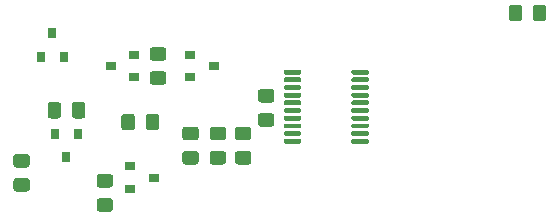
<source format=gtp>
G04 #@! TF.GenerationSoftware,KiCad,Pcbnew,(5.1.10)-1*
G04 #@! TF.CreationDate,2021-10-05T02:57:27+03:00*
G04 #@! TF.ProjectId,led_controller_stm8,6c65645f-636f-46e7-9472-6f6c6c65725f,rev?*
G04 #@! TF.SameCoordinates,Original*
G04 #@! TF.FileFunction,Paste,Top*
G04 #@! TF.FilePolarity,Positive*
%FSLAX46Y46*%
G04 Gerber Fmt 4.6, Leading zero omitted, Abs format (unit mm)*
G04 Created by KiCad (PCBNEW (5.1.10)-1) date 2021-10-05 02:57:27*
%MOMM*%
%LPD*%
G01*
G04 APERTURE LIST*
%ADD10R,0.900000X0.800000*%
%ADD11R,0.800000X0.900000*%
G04 APERTURE END LIST*
G36*
G01*
X180580000Y-56819999D02*
X180580000Y-57720001D01*
G75*
G02*
X180330001Y-57970000I-249999J0D01*
G01*
X179679999Y-57970000D01*
G75*
G02*
X179430000Y-57720001I0J249999D01*
G01*
X179430000Y-56819999D01*
G75*
G02*
X179679999Y-56570000I249999J0D01*
G01*
X180330001Y-56570000D01*
G75*
G02*
X180580000Y-56819999I0J-249999D01*
G01*
G37*
G36*
G01*
X182630000Y-56819999D02*
X182630000Y-57720001D01*
G75*
G02*
X182380001Y-57970000I-249999J0D01*
G01*
X181729999Y-57970000D01*
G75*
G02*
X181480000Y-57720001I0J249999D01*
G01*
X181480000Y-56819999D01*
G75*
G02*
X181729999Y-56570000I249999J0D01*
G01*
X182380001Y-56570000D01*
G75*
G02*
X182630000Y-56819999I0J-249999D01*
G01*
G37*
G36*
G01*
X166125000Y-62375000D02*
X166125000Y-62175000D01*
G75*
G02*
X166225000Y-62075000I100000J0D01*
G01*
X167500000Y-62075000D01*
G75*
G02*
X167600000Y-62175000I0J-100000D01*
G01*
X167600000Y-62375000D01*
G75*
G02*
X167500000Y-62475000I-100000J0D01*
G01*
X166225000Y-62475000D01*
G75*
G02*
X166125000Y-62375000I0J100000D01*
G01*
G37*
G36*
G01*
X166125000Y-63025000D02*
X166125000Y-62825000D01*
G75*
G02*
X166225000Y-62725000I100000J0D01*
G01*
X167500000Y-62725000D01*
G75*
G02*
X167600000Y-62825000I0J-100000D01*
G01*
X167600000Y-63025000D01*
G75*
G02*
X167500000Y-63125000I-100000J0D01*
G01*
X166225000Y-63125000D01*
G75*
G02*
X166125000Y-63025000I0J100000D01*
G01*
G37*
G36*
G01*
X166125000Y-63675000D02*
X166125000Y-63475000D01*
G75*
G02*
X166225000Y-63375000I100000J0D01*
G01*
X167500000Y-63375000D01*
G75*
G02*
X167600000Y-63475000I0J-100000D01*
G01*
X167600000Y-63675000D01*
G75*
G02*
X167500000Y-63775000I-100000J0D01*
G01*
X166225000Y-63775000D01*
G75*
G02*
X166125000Y-63675000I0J100000D01*
G01*
G37*
G36*
G01*
X166125000Y-64325000D02*
X166125000Y-64125000D01*
G75*
G02*
X166225000Y-64025000I100000J0D01*
G01*
X167500000Y-64025000D01*
G75*
G02*
X167600000Y-64125000I0J-100000D01*
G01*
X167600000Y-64325000D01*
G75*
G02*
X167500000Y-64425000I-100000J0D01*
G01*
X166225000Y-64425000D01*
G75*
G02*
X166125000Y-64325000I0J100000D01*
G01*
G37*
G36*
G01*
X166125000Y-64975000D02*
X166125000Y-64775000D01*
G75*
G02*
X166225000Y-64675000I100000J0D01*
G01*
X167500000Y-64675000D01*
G75*
G02*
X167600000Y-64775000I0J-100000D01*
G01*
X167600000Y-64975000D01*
G75*
G02*
X167500000Y-65075000I-100000J0D01*
G01*
X166225000Y-65075000D01*
G75*
G02*
X166125000Y-64975000I0J100000D01*
G01*
G37*
G36*
G01*
X166125000Y-65625000D02*
X166125000Y-65425000D01*
G75*
G02*
X166225000Y-65325000I100000J0D01*
G01*
X167500000Y-65325000D01*
G75*
G02*
X167600000Y-65425000I0J-100000D01*
G01*
X167600000Y-65625000D01*
G75*
G02*
X167500000Y-65725000I-100000J0D01*
G01*
X166225000Y-65725000D01*
G75*
G02*
X166125000Y-65625000I0J100000D01*
G01*
G37*
G36*
G01*
X166125000Y-66275000D02*
X166125000Y-66075000D01*
G75*
G02*
X166225000Y-65975000I100000J0D01*
G01*
X167500000Y-65975000D01*
G75*
G02*
X167600000Y-66075000I0J-100000D01*
G01*
X167600000Y-66275000D01*
G75*
G02*
X167500000Y-66375000I-100000J0D01*
G01*
X166225000Y-66375000D01*
G75*
G02*
X166125000Y-66275000I0J100000D01*
G01*
G37*
G36*
G01*
X166125000Y-66925000D02*
X166125000Y-66725000D01*
G75*
G02*
X166225000Y-66625000I100000J0D01*
G01*
X167500000Y-66625000D01*
G75*
G02*
X167600000Y-66725000I0J-100000D01*
G01*
X167600000Y-66925000D01*
G75*
G02*
X167500000Y-67025000I-100000J0D01*
G01*
X166225000Y-67025000D01*
G75*
G02*
X166125000Y-66925000I0J100000D01*
G01*
G37*
G36*
G01*
X166125000Y-67575000D02*
X166125000Y-67375000D01*
G75*
G02*
X166225000Y-67275000I100000J0D01*
G01*
X167500000Y-67275000D01*
G75*
G02*
X167600000Y-67375000I0J-100000D01*
G01*
X167600000Y-67575000D01*
G75*
G02*
X167500000Y-67675000I-100000J0D01*
G01*
X166225000Y-67675000D01*
G75*
G02*
X166125000Y-67575000I0J100000D01*
G01*
G37*
G36*
G01*
X166125000Y-68225000D02*
X166125000Y-68025000D01*
G75*
G02*
X166225000Y-67925000I100000J0D01*
G01*
X167500000Y-67925000D01*
G75*
G02*
X167600000Y-68025000I0J-100000D01*
G01*
X167600000Y-68225000D01*
G75*
G02*
X167500000Y-68325000I-100000J0D01*
G01*
X166225000Y-68325000D01*
G75*
G02*
X166125000Y-68225000I0J100000D01*
G01*
G37*
G36*
G01*
X160400000Y-68225000D02*
X160400000Y-68025000D01*
G75*
G02*
X160500000Y-67925000I100000J0D01*
G01*
X161775000Y-67925000D01*
G75*
G02*
X161875000Y-68025000I0J-100000D01*
G01*
X161875000Y-68225000D01*
G75*
G02*
X161775000Y-68325000I-100000J0D01*
G01*
X160500000Y-68325000D01*
G75*
G02*
X160400000Y-68225000I0J100000D01*
G01*
G37*
G36*
G01*
X160400000Y-67575000D02*
X160400000Y-67375000D01*
G75*
G02*
X160500000Y-67275000I100000J0D01*
G01*
X161775000Y-67275000D01*
G75*
G02*
X161875000Y-67375000I0J-100000D01*
G01*
X161875000Y-67575000D01*
G75*
G02*
X161775000Y-67675000I-100000J0D01*
G01*
X160500000Y-67675000D01*
G75*
G02*
X160400000Y-67575000I0J100000D01*
G01*
G37*
G36*
G01*
X160400000Y-66925000D02*
X160400000Y-66725000D01*
G75*
G02*
X160500000Y-66625000I100000J0D01*
G01*
X161775000Y-66625000D01*
G75*
G02*
X161875000Y-66725000I0J-100000D01*
G01*
X161875000Y-66925000D01*
G75*
G02*
X161775000Y-67025000I-100000J0D01*
G01*
X160500000Y-67025000D01*
G75*
G02*
X160400000Y-66925000I0J100000D01*
G01*
G37*
G36*
G01*
X160400000Y-66275000D02*
X160400000Y-66075000D01*
G75*
G02*
X160500000Y-65975000I100000J0D01*
G01*
X161775000Y-65975000D01*
G75*
G02*
X161875000Y-66075000I0J-100000D01*
G01*
X161875000Y-66275000D01*
G75*
G02*
X161775000Y-66375000I-100000J0D01*
G01*
X160500000Y-66375000D01*
G75*
G02*
X160400000Y-66275000I0J100000D01*
G01*
G37*
G36*
G01*
X160400000Y-65625000D02*
X160400000Y-65425000D01*
G75*
G02*
X160500000Y-65325000I100000J0D01*
G01*
X161775000Y-65325000D01*
G75*
G02*
X161875000Y-65425000I0J-100000D01*
G01*
X161875000Y-65625000D01*
G75*
G02*
X161775000Y-65725000I-100000J0D01*
G01*
X160500000Y-65725000D01*
G75*
G02*
X160400000Y-65625000I0J100000D01*
G01*
G37*
G36*
G01*
X160400000Y-64975000D02*
X160400000Y-64775000D01*
G75*
G02*
X160500000Y-64675000I100000J0D01*
G01*
X161775000Y-64675000D01*
G75*
G02*
X161875000Y-64775000I0J-100000D01*
G01*
X161875000Y-64975000D01*
G75*
G02*
X161775000Y-65075000I-100000J0D01*
G01*
X160500000Y-65075000D01*
G75*
G02*
X160400000Y-64975000I0J100000D01*
G01*
G37*
G36*
G01*
X160400000Y-64325000D02*
X160400000Y-64125000D01*
G75*
G02*
X160500000Y-64025000I100000J0D01*
G01*
X161775000Y-64025000D01*
G75*
G02*
X161875000Y-64125000I0J-100000D01*
G01*
X161875000Y-64325000D01*
G75*
G02*
X161775000Y-64425000I-100000J0D01*
G01*
X160500000Y-64425000D01*
G75*
G02*
X160400000Y-64325000I0J100000D01*
G01*
G37*
G36*
G01*
X160400000Y-63675000D02*
X160400000Y-63475000D01*
G75*
G02*
X160500000Y-63375000I100000J0D01*
G01*
X161775000Y-63375000D01*
G75*
G02*
X161875000Y-63475000I0J-100000D01*
G01*
X161875000Y-63675000D01*
G75*
G02*
X161775000Y-63775000I-100000J0D01*
G01*
X160500000Y-63775000D01*
G75*
G02*
X160400000Y-63675000I0J100000D01*
G01*
G37*
G36*
G01*
X160400000Y-63025000D02*
X160400000Y-62825000D01*
G75*
G02*
X160500000Y-62725000I100000J0D01*
G01*
X161775000Y-62725000D01*
G75*
G02*
X161875000Y-62825000I0J-100000D01*
G01*
X161875000Y-63025000D01*
G75*
G02*
X161775000Y-63125000I-100000J0D01*
G01*
X160500000Y-63125000D01*
G75*
G02*
X160400000Y-63025000I0J100000D01*
G01*
G37*
G36*
G01*
X160400000Y-62375000D02*
X160400000Y-62175000D01*
G75*
G02*
X160500000Y-62075000I100000J0D01*
G01*
X161775000Y-62075000D01*
G75*
G02*
X161875000Y-62175000I0J-100000D01*
G01*
X161875000Y-62375000D01*
G75*
G02*
X161775000Y-62475000I-100000J0D01*
G01*
X160500000Y-62475000D01*
G75*
G02*
X160400000Y-62375000I0J100000D01*
G01*
G37*
G36*
G01*
X144799999Y-72950000D02*
X145700001Y-72950000D01*
G75*
G02*
X145950000Y-73199999I0J-249999D01*
G01*
X145950000Y-73850001D01*
G75*
G02*
X145700001Y-74100000I-249999J0D01*
G01*
X144799999Y-74100000D01*
G75*
G02*
X144550000Y-73850001I0J249999D01*
G01*
X144550000Y-73199999D01*
G75*
G02*
X144799999Y-72950000I249999J0D01*
G01*
G37*
G36*
G01*
X144799999Y-70900000D02*
X145700001Y-70900000D01*
G75*
G02*
X145950000Y-71149999I0J-249999D01*
G01*
X145950000Y-71800001D01*
G75*
G02*
X145700001Y-72050000I-249999J0D01*
G01*
X144799999Y-72050000D01*
G75*
G02*
X144550000Y-71800001I0J249999D01*
G01*
X144550000Y-71149999D01*
G75*
G02*
X144799999Y-70900000I249999J0D01*
G01*
G37*
G36*
G01*
X152049999Y-68950000D02*
X152950001Y-68950000D01*
G75*
G02*
X153200000Y-69199999I0J-249999D01*
G01*
X153200000Y-69850001D01*
G75*
G02*
X152950001Y-70100000I-249999J0D01*
G01*
X152049999Y-70100000D01*
G75*
G02*
X151800000Y-69850001I0J249999D01*
G01*
X151800000Y-69199999D01*
G75*
G02*
X152049999Y-68950000I249999J0D01*
G01*
G37*
G36*
G01*
X152049999Y-66900000D02*
X152950001Y-66900000D01*
G75*
G02*
X153200000Y-67149999I0J-249999D01*
G01*
X153200000Y-67800001D01*
G75*
G02*
X152950001Y-68050000I-249999J0D01*
G01*
X152049999Y-68050000D01*
G75*
G02*
X151800000Y-67800001I0J249999D01*
G01*
X151800000Y-67149999D01*
G75*
G02*
X152049999Y-66900000I249999J0D01*
G01*
G37*
G36*
G01*
X137749999Y-71250000D02*
X138650001Y-71250000D01*
G75*
G02*
X138900000Y-71499999I0J-249999D01*
G01*
X138900000Y-72150001D01*
G75*
G02*
X138650001Y-72400000I-249999J0D01*
G01*
X137749999Y-72400000D01*
G75*
G02*
X137500000Y-72150001I0J249999D01*
G01*
X137500000Y-71499999D01*
G75*
G02*
X137749999Y-71250000I249999J0D01*
G01*
G37*
G36*
G01*
X137749999Y-69200000D02*
X138650001Y-69200000D01*
G75*
G02*
X138900000Y-69449999I0J-249999D01*
G01*
X138900000Y-70100001D01*
G75*
G02*
X138650001Y-70350000I-249999J0D01*
G01*
X137749999Y-70350000D01*
G75*
G02*
X137500000Y-70100001I0J249999D01*
G01*
X137500000Y-69449999D01*
G75*
G02*
X137749999Y-69200000I249999J0D01*
G01*
G37*
G36*
G01*
X150200001Y-61300000D02*
X149299999Y-61300000D01*
G75*
G02*
X149050000Y-61050001I0J249999D01*
G01*
X149050000Y-60399999D01*
G75*
G02*
X149299999Y-60150000I249999J0D01*
G01*
X150200001Y-60150000D01*
G75*
G02*
X150450000Y-60399999I0J-249999D01*
G01*
X150450000Y-61050001D01*
G75*
G02*
X150200001Y-61300000I-249999J0D01*
G01*
G37*
G36*
G01*
X150200001Y-63350000D02*
X149299999Y-63350000D01*
G75*
G02*
X149050000Y-63100001I0J249999D01*
G01*
X149050000Y-62449999D01*
G75*
G02*
X149299999Y-62200000I249999J0D01*
G01*
X150200001Y-62200000D01*
G75*
G02*
X150450000Y-62449999I0J-249999D01*
G01*
X150450000Y-63100001D01*
G75*
G02*
X150200001Y-63350000I-249999J0D01*
G01*
G37*
G36*
G01*
X148700000Y-66950001D02*
X148700000Y-66049999D01*
G75*
G02*
X148949999Y-65800000I249999J0D01*
G01*
X149600001Y-65800000D01*
G75*
G02*
X149850000Y-66049999I0J-249999D01*
G01*
X149850000Y-66950001D01*
G75*
G02*
X149600001Y-67200000I-249999J0D01*
G01*
X148949999Y-67200000D01*
G75*
G02*
X148700000Y-66950001I0J249999D01*
G01*
G37*
G36*
G01*
X146650000Y-66950001D02*
X146650000Y-66049999D01*
G75*
G02*
X146899999Y-65800000I249999J0D01*
G01*
X147550001Y-65800000D01*
G75*
G02*
X147800000Y-66049999I0J-249999D01*
G01*
X147800000Y-66950001D01*
G75*
G02*
X147550001Y-67200000I-249999J0D01*
G01*
X146899999Y-67200000D01*
G75*
G02*
X146650000Y-66950001I0J249999D01*
G01*
G37*
G36*
G01*
X142450000Y-65950001D02*
X142450000Y-65049999D01*
G75*
G02*
X142699999Y-64800000I249999J0D01*
G01*
X143350001Y-64800000D01*
G75*
G02*
X143600000Y-65049999I0J-249999D01*
G01*
X143600000Y-65950001D01*
G75*
G02*
X143350001Y-66200000I-249999J0D01*
G01*
X142699999Y-66200000D01*
G75*
G02*
X142450000Y-65950001I0J249999D01*
G01*
G37*
G36*
G01*
X140400000Y-65950001D02*
X140400000Y-65049999D01*
G75*
G02*
X140649999Y-64800000I249999J0D01*
G01*
X141300001Y-64800000D01*
G75*
G02*
X141550000Y-65049999I0J-249999D01*
G01*
X141550000Y-65950001D01*
G75*
G02*
X141300001Y-66200000I-249999J0D01*
G01*
X140649999Y-66200000D01*
G75*
G02*
X140400000Y-65950001I0J249999D01*
G01*
G37*
D10*
X154500000Y-61750000D03*
X152500000Y-62700000D03*
X152500000Y-60800000D03*
X145750000Y-61750000D03*
X147750000Y-60800000D03*
X147750000Y-62700000D03*
D11*
X142000000Y-69500000D03*
X141050000Y-67500000D03*
X142950000Y-67500000D03*
X140800000Y-59000000D03*
X141750000Y-61000000D03*
X139850000Y-61000000D03*
D10*
X149400000Y-71200000D03*
X147400000Y-72150000D03*
X147400000Y-70250000D03*
G36*
G01*
X159350001Y-64850000D02*
X158449999Y-64850000D01*
G75*
G02*
X158200000Y-64600001I0J249999D01*
G01*
X158200000Y-63949999D01*
G75*
G02*
X158449999Y-63700000I249999J0D01*
G01*
X159350001Y-63700000D01*
G75*
G02*
X159600000Y-63949999I0J-249999D01*
G01*
X159600000Y-64600001D01*
G75*
G02*
X159350001Y-64850000I-249999J0D01*
G01*
G37*
G36*
G01*
X159350001Y-66900000D02*
X158449999Y-66900000D01*
G75*
G02*
X158200000Y-66650001I0J249999D01*
G01*
X158200000Y-65999999D01*
G75*
G02*
X158449999Y-65750000I249999J0D01*
G01*
X159350001Y-65750000D01*
G75*
G02*
X159600000Y-65999999I0J-249999D01*
G01*
X159600000Y-66650001D01*
G75*
G02*
X159350001Y-66900000I-249999J0D01*
G01*
G37*
G36*
G01*
X157400001Y-68050000D02*
X156499999Y-68050000D01*
G75*
G02*
X156250000Y-67800001I0J249999D01*
G01*
X156250000Y-67149999D01*
G75*
G02*
X156499999Y-66900000I249999J0D01*
G01*
X157400001Y-66900000D01*
G75*
G02*
X157650000Y-67149999I0J-249999D01*
G01*
X157650000Y-67800001D01*
G75*
G02*
X157400001Y-68050000I-249999J0D01*
G01*
G37*
G36*
G01*
X157400001Y-70100000D02*
X156499999Y-70100000D01*
G75*
G02*
X156250000Y-69850001I0J249999D01*
G01*
X156250000Y-69199999D01*
G75*
G02*
X156499999Y-68950000I249999J0D01*
G01*
X157400001Y-68950000D01*
G75*
G02*
X157650000Y-69199999I0J-249999D01*
G01*
X157650000Y-69850001D01*
G75*
G02*
X157400001Y-70100000I-249999J0D01*
G01*
G37*
G36*
G01*
X155275001Y-68050000D02*
X154374999Y-68050000D01*
G75*
G02*
X154125000Y-67800001I0J249999D01*
G01*
X154125000Y-67149999D01*
G75*
G02*
X154374999Y-66900000I249999J0D01*
G01*
X155275001Y-66900000D01*
G75*
G02*
X155525000Y-67149999I0J-249999D01*
G01*
X155525000Y-67800001D01*
G75*
G02*
X155275001Y-68050000I-249999J0D01*
G01*
G37*
G36*
G01*
X155275001Y-70100000D02*
X154374999Y-70100000D01*
G75*
G02*
X154125000Y-69850001I0J249999D01*
G01*
X154125000Y-69199999D01*
G75*
G02*
X154374999Y-68950000I249999J0D01*
G01*
X155275001Y-68950000D01*
G75*
G02*
X155525000Y-69199999I0J-249999D01*
G01*
X155525000Y-69850001D01*
G75*
G02*
X155275001Y-70100000I-249999J0D01*
G01*
G37*
M02*

</source>
